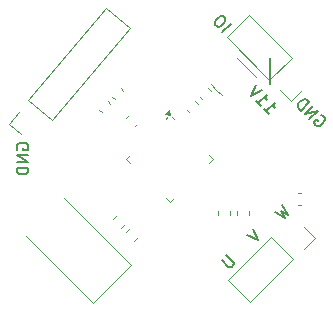
<source format=gbr>
%TF.GenerationSoftware,KiCad,Pcbnew,9.0.5*%
%TF.CreationDate,2025-12-02T23:56:59+01:00*%
%TF.ProjectId,D1,44312e6b-6963-4616-945f-706362585858,rev?*%
%TF.SameCoordinates,Original*%
%TF.FileFunction,Legend,Bot*%
%TF.FilePolarity,Positive*%
%FSLAX46Y46*%
G04 Gerber Fmt 4.6, Leading zero omitted, Abs format (unit mm)*
G04 Created by KiCad (PCBNEW 9.0.5) date 2025-12-02 23:56:59*
%MOMM*%
%LPD*%
G01*
G04 APERTURE LIST*
%ADD10C,0.150000*%
%ADD11C,0.120000*%
G04 APERTURE END LIST*
D10*
X97983523Y-65799420D02*
X98387584Y-66203481D01*
X98185554Y-66001450D02*
X98892660Y-65294343D01*
X98892660Y-65294343D02*
X98858989Y-65462702D01*
X98858989Y-65462702D02*
X98858989Y-65597389D01*
X98858989Y-65597389D02*
X98892660Y-65698404D01*
X97310088Y-65125984D02*
X97714149Y-65530045D01*
X97512119Y-65328015D02*
X98219225Y-64620908D01*
X98219225Y-64620908D02*
X98185554Y-64789267D01*
X98185554Y-64789267D02*
X98185554Y-64923954D01*
X98185554Y-64923954D02*
X98219225Y-65024969D01*
X97815164Y-64216847D02*
X96872355Y-64688252D01*
X96872355Y-64688252D02*
X97343760Y-63745443D01*
X98500000Y-61500000D02*
X98500000Y-63700000D01*
X94802871Y-78198811D02*
X95375291Y-78771231D01*
X95375291Y-78771231D02*
X95408963Y-78872246D01*
X95408963Y-78872246D02*
X95408963Y-78939589D01*
X95408963Y-78939589D02*
X95375291Y-79040605D01*
X95375291Y-79040605D02*
X95240604Y-79175292D01*
X95240604Y-79175292D02*
X95139589Y-79208963D01*
X95139589Y-79208963D02*
X95072245Y-79208963D01*
X95072245Y-79208963D02*
X94971230Y-79175292D01*
X94971230Y-79175292D02*
X94398810Y-78602872D01*
X97036543Y-75965139D02*
X97507947Y-76907948D01*
X97507947Y-76907948D02*
X96565138Y-76436543D01*
X99503886Y-73897796D02*
X100042634Y-74773261D01*
X100042634Y-74773261D02*
X99402871Y-74402872D01*
X99402871Y-74402872D02*
X99773260Y-75042635D01*
X99773260Y-75042635D02*
X98897795Y-74503887D01*
X102837853Y-66334194D02*
X102938868Y-66367866D01*
X102938868Y-66367866D02*
X103039884Y-66468881D01*
X103039884Y-66468881D02*
X103107227Y-66603568D01*
X103107227Y-66603568D02*
X103107227Y-66738255D01*
X103107227Y-66738255D02*
X103073555Y-66839271D01*
X103073555Y-66839271D02*
X102972540Y-67007629D01*
X102972540Y-67007629D02*
X102871525Y-67108645D01*
X102871525Y-67108645D02*
X102703166Y-67209660D01*
X102703166Y-67209660D02*
X102602151Y-67243332D01*
X102602151Y-67243332D02*
X102467464Y-67243332D01*
X102467464Y-67243332D02*
X102332777Y-67175988D01*
X102332777Y-67175988D02*
X102265433Y-67108645D01*
X102265433Y-67108645D02*
X102198090Y-66973958D01*
X102198090Y-66973958D02*
X102198090Y-66906614D01*
X102198090Y-66906614D02*
X102433792Y-66670912D01*
X102433792Y-66670912D02*
X102568479Y-66805599D01*
X101827701Y-66670912D02*
X102534807Y-65963805D01*
X102534807Y-65963805D02*
X101423639Y-66266851D01*
X101423639Y-66266851D02*
X102130746Y-65559744D01*
X101086922Y-65930133D02*
X101794029Y-65223027D01*
X101794029Y-65223027D02*
X101625670Y-65054668D01*
X101625670Y-65054668D02*
X101490983Y-64987324D01*
X101490983Y-64987324D02*
X101356296Y-64987324D01*
X101356296Y-64987324D02*
X101255281Y-65020996D01*
X101255281Y-65020996D02*
X101086922Y-65122011D01*
X101086922Y-65122011D02*
X100985907Y-65223027D01*
X100985907Y-65223027D02*
X100884892Y-65391385D01*
X100884892Y-65391385D02*
X100851220Y-65492401D01*
X100851220Y-65492401D02*
X100851220Y-65627088D01*
X100851220Y-65627088D02*
X100918563Y-65761775D01*
X100918563Y-65761775D02*
X101086922Y-65930133D01*
X77087438Y-69238095D02*
X77039819Y-69142857D01*
X77039819Y-69142857D02*
X77039819Y-69000000D01*
X77039819Y-69000000D02*
X77087438Y-68857143D01*
X77087438Y-68857143D02*
X77182676Y-68761905D01*
X77182676Y-68761905D02*
X77277914Y-68714286D01*
X77277914Y-68714286D02*
X77468390Y-68666667D01*
X77468390Y-68666667D02*
X77611247Y-68666667D01*
X77611247Y-68666667D02*
X77801723Y-68714286D01*
X77801723Y-68714286D02*
X77896961Y-68761905D01*
X77896961Y-68761905D02*
X77992200Y-68857143D01*
X77992200Y-68857143D02*
X78039819Y-69000000D01*
X78039819Y-69000000D02*
X78039819Y-69095238D01*
X78039819Y-69095238D02*
X77992200Y-69238095D01*
X77992200Y-69238095D02*
X77944580Y-69285714D01*
X77944580Y-69285714D02*
X77611247Y-69285714D01*
X77611247Y-69285714D02*
X77611247Y-69095238D01*
X78039819Y-69714286D02*
X77039819Y-69714286D01*
X77039819Y-69714286D02*
X78039819Y-70285714D01*
X78039819Y-70285714D02*
X77039819Y-70285714D01*
X78039819Y-70761905D02*
X77039819Y-70761905D01*
X77039819Y-70761905D02*
X77039819Y-71000000D01*
X77039819Y-71000000D02*
X77087438Y-71142857D01*
X77087438Y-71142857D02*
X77182676Y-71238095D01*
X77182676Y-71238095D02*
X77277914Y-71285714D01*
X77277914Y-71285714D02*
X77468390Y-71333333D01*
X77468390Y-71333333D02*
X77611247Y-71333333D01*
X77611247Y-71333333D02*
X77801723Y-71285714D01*
X77801723Y-71285714D02*
X77896961Y-71238095D01*
X77896961Y-71238095D02*
X77992200Y-71142857D01*
X77992200Y-71142857D02*
X78039819Y-71000000D01*
X78039819Y-71000000D02*
X78039819Y-70761905D01*
X94440255Y-59283466D02*
X95147362Y-58576359D01*
X94675958Y-58104955D02*
X94541271Y-57970268D01*
X94541271Y-57970268D02*
X94440255Y-57936597D01*
X94440255Y-57936597D02*
X94305568Y-57936597D01*
X94305568Y-57936597D02*
X94137210Y-58037612D01*
X94137210Y-58037612D02*
X93901507Y-58273314D01*
X93901507Y-58273314D02*
X93800492Y-58441673D01*
X93800492Y-58441673D02*
X93800492Y-58576360D01*
X93800492Y-58576360D02*
X93834164Y-58677375D01*
X93834164Y-58677375D02*
X93968851Y-58812062D01*
X93968851Y-58812062D02*
X94069866Y-58845734D01*
X94069866Y-58845734D02*
X94204553Y-58845734D01*
X94204553Y-58845734D02*
X94372912Y-58744719D01*
X94372912Y-58744719D02*
X94608614Y-58509016D01*
X94608614Y-58509016D02*
X94709629Y-58340658D01*
X94709629Y-58340658D02*
X94709629Y-58205971D01*
X94709629Y-58205971D02*
X94675958Y-58104955D01*
D11*
%TO.C,L1*%
X86339970Y-66538781D02*
X86538781Y-66339970D01*
X87061219Y-67260030D02*
X87260030Y-67061219D01*
%TO.C,C6*%
X94090000Y-74740581D02*
X94090000Y-74459419D01*
X95110000Y-74740581D02*
X95110000Y-74459419D01*
%TO.C,U1*%
X93946913Y-64153087D02*
X93487294Y-63693467D01*
X93946913Y-64153087D02*
X94406533Y-64612706D01*
X96153087Y-61946913D02*
X95693467Y-61487294D01*
X96153087Y-61946913D02*
X97337490Y-63131317D01*
%TO.C,C2*%
X95690000Y-74740581D02*
X95690000Y-74459419D01*
X96710000Y-74740581D02*
X96710000Y-74459419D01*
%TO.C,C7*%
X84039970Y-65861219D02*
X84238781Y-66060030D01*
X84761219Y-65139970D02*
X84960030Y-65338781D01*
%TO.C,U4*%
X86308903Y-70000000D02*
X86644778Y-69664124D01*
X86644778Y-70335876D02*
X86308903Y-70000000D01*
X89664124Y-73355222D02*
X90000000Y-73691097D01*
X89787868Y-66521035D02*
X89664124Y-66644778D01*
X90000000Y-73691097D02*
X90335876Y-73355222D01*
X90169706Y-66478608D02*
X90335876Y-66644778D01*
X93355222Y-69664124D02*
X93691097Y-70000000D01*
X93691097Y-70000000D02*
X93355222Y-70335876D01*
X90000000Y-66308903D02*
X89596949Y-66245263D01*
X89936360Y-65905852D01*
X90000000Y-66308903D01*
G36*
X90000000Y-66308903D02*
G01*
X89596949Y-66245263D01*
X89936360Y-65905852D01*
X90000000Y-66308903D01*
G37*
%TO.C,C8*%
X85139970Y-64761219D02*
X85338781Y-64960030D01*
X85861219Y-64039970D02*
X86060030Y-64238781D01*
%TO.C,J2*%
X76364106Y-67047776D02*
X77382945Y-67902683D01*
X77219014Y-66028936D02*
X76364106Y-67047776D01*
X78035354Y-65056060D02*
X80073032Y-66765875D01*
X78035354Y-65056060D02*
X84604644Y-57227086D01*
X80073032Y-66765875D02*
X86642322Y-58936901D01*
X84604644Y-57227086D02*
X86642322Y-58936901D01*
%TO.C,C9*%
X91638781Y-66060030D02*
X91439970Y-65861219D01*
X92360030Y-65338781D02*
X92161219Y-65139970D01*
%TO.C,C4*%
X77820999Y-76517122D02*
X83520280Y-82216402D01*
X83520280Y-82216402D02*
X86716402Y-79020280D01*
X86716402Y-79020280D02*
X81017122Y-73320999D01*
%TO.C,R2*%
X86262770Y-76198303D02*
X86598303Y-75862770D01*
X87001697Y-76937230D02*
X87337230Y-76601697D01*
%TO.C,J3*%
X96803949Y-82176955D02*
X94923045Y-80296051D01*
X98557573Y-76661523D02*
X94923045Y-80296051D01*
X100438477Y-78542427D02*
X96803949Y-82176955D01*
X100438477Y-78542427D02*
X98557573Y-76661523D01*
X101336503Y-77644401D02*
X102276955Y-76703949D01*
X102276955Y-76703949D02*
X101336503Y-75763497D01*
%TO.C,R3*%
X85162770Y-75098303D02*
X85498303Y-74762770D01*
X85901697Y-75837230D02*
X86237230Y-75501697D01*
%TO.C,C3*%
X100859419Y-72890000D02*
X101140581Y-72890000D01*
X100859419Y-73910000D02*
X101140581Y-73910000D01*
%TO.C,C1*%
X92738781Y-64960030D02*
X92539970Y-64761219D01*
X93460030Y-64238781D02*
X93261219Y-64039970D01*
%TO.C,J1*%
X94812439Y-59693343D02*
X96693343Y-57812439D01*
X98446967Y-63327871D02*
X94812439Y-59693343D01*
X98446967Y-63327871D02*
X100327871Y-61446967D01*
X99344993Y-64225897D02*
X100285445Y-65166349D01*
X100285445Y-65166349D02*
X101225897Y-64225897D01*
X100327871Y-61446967D02*
X96693343Y-57812439D01*
%TD*%
M02*

</source>
